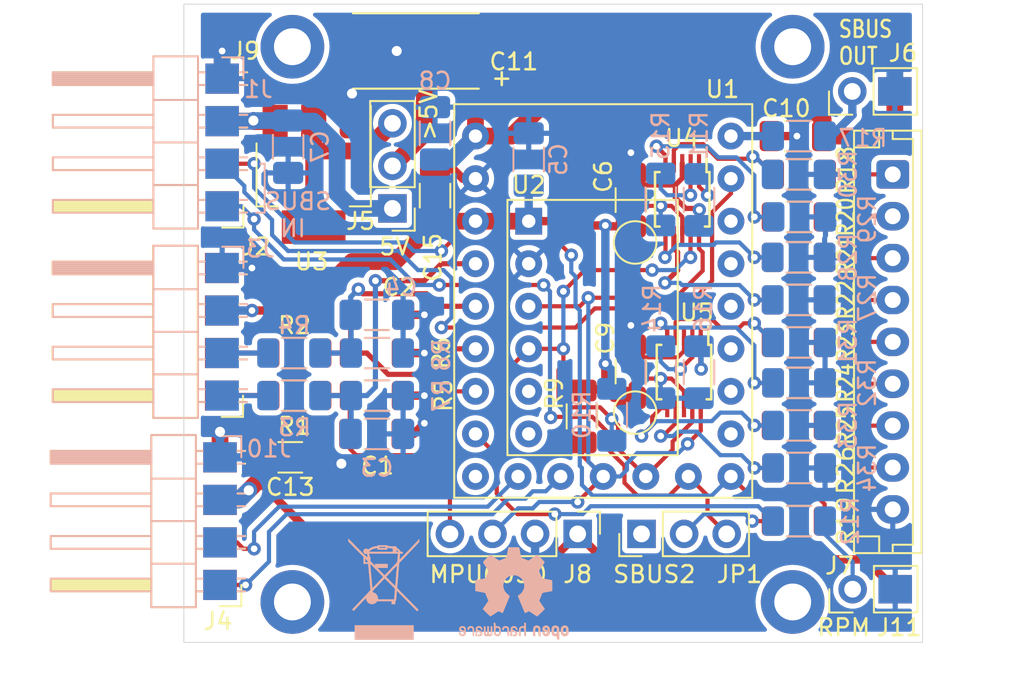
<source format=kicad_pcb>
(kicad_pcb (version 20221018) (generator pcbnew)
  (layers (0 "F.Cu" signal) (31 "B.Cu" signal) (34 "B.Paste" user) (35 "F.Paste" user) (36 "B.SilkS" user "B.Silkscreen") (37 "F.SilkS" user "F.Silkscreen") (38 "B.Mask" user) (39 "F.Mask" user) (44 "Edge.Cuts" user))
  (net 0 "")
  (net 1 "GNDD")
  (net 2 "+3.3V")
  (net 3 "/ADC0")
  (net 4 "/ADC1")
  (net 5 "/ADC2")
  (net 6 "/ADC3")
  (net 7 "+5V")
  (net 8 "/ELRS_rec_TX")
  (net 9 "/ELRS_rec_RX")
  (net 10 "/GPS_TX")
  (net 11 "/GPS_RX")
  (net 12 "/SDA")
  (net 13 "/SCL")
  (net 14 "/SBUS")
  (net 15 "+VRX")
  (net 16 "Net-(J2-Pin_1)")
  (net 17 "Net-(J2-Pin_2)")
  (net 18 "Net-(J3-Pin_3)")
  (net 21 "Net-(J3-Pin_4)")
  (net 23 "Net-(JP1-C)")
  (net 24 "Net-(J5-B)")
  (net 25 "Net-(J7-Pin_1)")
  (net 26 "Net-(J7-Pin_2)")
  (net 27 "Net-(J7-Pin_3)")
  (net 28 "Net-(J7-Pin_4)")
  (net 29 "Net-(U4-ALERT{slash}RDY)")
  (net 30 "Net-(U5-ALERT{slash}RDY)")
  (net 31 "Net-(U4-ADDR)")
  (net 32 "Net-(U5-ADDR)")
  (net 38 "/SEC")
  (net 39 "Net-(U1-GP0)")
  (net 40 "Net-(J7-Pin_5)")
  (net 41 "Net-(J7-Pin_6)")
  (net 42 "Net-(J7-Pin_7)")
  (net 43 "Net-(J7-Pin_8)")
  (net 44 "Net-(U4-AIN0)")
  (net 45 "Net-(U4-AIN1)")
  (net 46 "Net-(U4-AIN2)")
  (net 47 "Net-(U4-AIN3)")
  (net 48 "Net-(U5-AIN0)")
  (net 49 "Net-(U5-AIN1)")
  (net 50 "Net-(U5-AIN2)")
  (net 51 "Net-(U5-AIN3)")
  (net 53 "/RPM")
  (net 55 "Net-(J11-Pin_1)")
  (net 57 "/SPARE1")
  (footprint "Resistor_SMD:R_1206_3216Metric_Pad1.30x1.75mm_HandSolder" (layer "F.Cu") (at 105.283 96.266)
    (fp_text reference "R24")
    (fp_text value "220")
  )
  (footprint "Resistor_SMD:R_1206_3216Metric_Pad1.30x1.75mm_HandSolder" (layer "F.Cu") (at 105.257 88.773)
    (fp_text reference "R21")
    (fp_text value "220")
  )
  (footprint "oXs_RP2040:Pin_Header_Straight_1x03_Mod_Pitch2.54mm" (layer "F.Cu") (at 108.478 108.585 90)
    (fp_text reference "J11")
    (fp_text value "RMP")
  )
  (footprint "oXs_RP2040:JST_EH_B9B-EH-A_1x09_P2.50mm_Vertical" (layer "F.Cu") (at 110.871 83.82 -90)
    (fp_text reference "J7")
    (fp_text value "8 INPUT ALARMS")
  )
  (footprint "oXs_RP2040:BMP280" (layer "F.Cu") (at 89.154 86.614 -90)
    (fp_text reference "U2")
    (fp_text value "BMP280")
  )
  (footprint "MountingHole:MountingHole_2.2mm_M2_DIN965_Pad" (layer "F.Cu") (at 104.902 109.347)
    (fp_text reference "REF**" hide)
    (fp_text value "MountingHole_2.2mm_M2_DIN965_Pad" hide)
  )
  (footprint "Resistor_SMD:R_1206_3216Metric_Pad1.30x1.75mm_HandSolder" (layer "F.Cu") (at 105.257 98.806)
    (fp_text reference "R25")
    (fp_text value "220")
  )
  (footprint "MountingHole:MountingHole_2.2mm_M2_DIN965_Pad" (layer "F.Cu") (at 75.057 76.2)
    (fp_text reference "REF**" hide)
    (fp_text value "MountingHole_2.2mm_M2_DIN965_Pad" hide)
  )
  (footprint "oXs_RP2040:RP2040-Zero" (layer "F.Cu") (at 84.709 103.124)
    (fp_text reference "U1")
    (fp_text value "RP2040-Zero")
  )
  (footprint "Package_SO:TSSOP-10_3x3mm_P0.5mm" (layer "F.Cu") (at 98.417 95.622 -90)
    (fp_text reference "U5")
    (fp_text value "ADS1115IDGS")
  )
  (footprint "Capacitor_SMD:C_1206_3216Metric_Pad1.33x1.80mm_HandSolder" (layer "F.Cu") (at 80.0985 92.202 180)
    (fp_text reference "C2")
    (fp_text value "100n")
  )
  (footprint "oXs_RP2040:PinHeader_1x04_P2.54mm_Horizontal_Mod" (layer "F.Cu") (at 70.866 85.725 180)
    (fp_text reference "J9")
    (fp_text value "TLM/CRSF")
  )
  (footprint "Resistor_SMD:R_1206_3216Metric_Pad1.30x1.75mm_HandSolder" (layer "F.Cu") (at 80.085 97.028 180)
    (fp_text reference "R5")
    (fp_text value "3k3")
  )
  (footprint "oXs_RP2040:Pin_Header_Straight_1x03_Mod_Pitch2.54mm" (layer "F.Cu") (at 108.458 78.867 90)
    (fp_text reference "J6")
    (fp_text value "SBUS")
  )
  (footprint "Resistor_SMD:R_1206_3216Metric_Pad1.30x1.75mm_HandSolder" (layer "F.Cu") (at 80.085 94.488 180)
    (fp_text reference "R6")
    (fp_text value "3k3")
  )
  (footprint "Resistor_SMD:R_1206_3216Metric_Pad1.30x1.75mm_HandSolder" (layer "F.Cu") (at 105.257 91.313)
    (fp_text reference "R22")
    (fp_text value "220")
  )
  (footprint "Resistor_SMD:R_1206_3216Metric_Pad1.30x1.75mm_HandSolder" (layer "F.Cu") (at 105.257 93.853)
    (fp_text reference "R23")
    (fp_text value "220")
  )
  (footprint "Package_SO:TSSOP-10_3x3mm_P0.5mm" (layer "F.Cu") (at 98.314 85.309 -90)
    (fp_text reference "U4")
    (fp_text value "ADS1115IDGS")
  )
  (footprint "Resistor_SMD:R_1206_3216Metric_Pad1.30x1.75mm_HandSolder" (layer "F.Cu") (at 105.283 101.346)
    (fp_text reference "R26")
    (fp_text value "220")
  )
  (footprint "Capacitor_SMD:C_1206_3216Metric_Pad1.33x1.80mm_HandSolder" (layer "F.Cu") (at 95.25 95.5925 -90)
    (fp_text reference "C9")
    (fp_text value "100n")
  )
  (footprint "Resistor_SMD:R_1206_3216Metric_Pad1.30x1.75mm_HandSolder" (layer "F.Cu") (at 105.283 83.82)
    (fp_text reference "R18")
    (fp_text value "220")
  )
  (footprint "Capacitor_SMD:C_1206_3216Metric_Pad1.33x1.80mm_HandSolder" (layer "F.Cu") (at 80.0725 99.314 180)
    (fp_text reference "C1")
    (fp_text value "100n")
  )
  (footprint "Resistor_SMD:R_1206_3216Metric_Pad1.30x1.75mm_HandSolder" (layer "F.Cu") (at 105.257 86.36)
    (fp_text reference "R20")
    (fp_text value "220")
  )
  (footprint "Resistor_SMD:R_1206_3216Metric_Pad1.30x1.75mm_HandSolder" (layer "F.Cu") (at 75.184 94.488 180)
    (fp_text reference "R2")
    (fp_text value "22k")
  )
  (footprint "oXs_RP2040:PinHeader_1x04_P2.54mm_Horizontal_Mod" (layer "F.Cu") (at 70.84 97.028 180)
    (fp_text reference "J2")
    (fp_text value "V1/V2")
  )
  (footprint "Capacitor_SMD:C_1206_3216Metric_Pad1.33x1.80mm_HandSolder" (layer "F.Cu") (at 74.93 100.711)
    (fp_text reference "C13")
    (fp_text value "100n")
  )
  (footprint "oXs_RP2040:CAPPM7343X310N" (layer "F.Cu") (at 82.423 76.454 180)
    (fp_text reference "C11")
    (fp_text value "47uF")
  )
  (footprint "Connector_PinHeader_2.54mm:PinHeader_1x03_P2.54mm_Vertical" (layer "F.Cu") (at 81.026 85.852 180)
    (fp_text reference "J5")
    (fp_text value "SELECT_POWER")
  )
  (footprint "Resistor_SMD:R_1206_3216Metric_Pad1.30x1.75mm_HandSolder" (layer "F.Cu") (at 75.184 97.028 180)
    (fp_text reference "R1")
    (fp_text value "22k")
  )
  (footprint "Package_TO_SOT_SMD:SOT-223-3_TabPin2" (layer "F.Cu") (at 76.327 83.82 -90)
    (fp_text reference "U3")
    (fp_text value "A1117")
  )
  (footprint "Capacitor_SMD:C_1206_3216Metric_Pad1.33x1.80mm_HandSolder" (layer "F.Cu") (at 83.566 85.09 90)
    (fp_text reference "C15")
    (fp_text value "100n")
  )
  (footprint "Resistor_SMD:R_1206_3216Metric_Pad1.30x1.75mm_HandSolder" (layer "F.Cu") (at 92.329 98.272 -90)
    (fp_text reference "R9")
    (fp_text value "10k")
  )
  (footprint "Capacitor_SMD:C_1206_3216Metric_Pad1.33x1.80mm_HandSolder" (layer "F.Cu") (at 105.156 81.534 180)
    (fp_text reference "C10")
    (fp_text value "100n")
  )
  (footprint "MountingHole:MountingHole_2.2mm_M2_DIN965_Pad" (layer "F.Cu") (at 75.057 109.347)
    (fp_text reference "REF**" hide)
    (fp_text value "MountingHole_2.2mm_M2_DIN965_Pad" hide)
  )
  (footprint "Connector_PinHeader_2.54mm:PinHeader_1x04_P2.54mm_Vertical" (layer "F.Cu") (at 92.075 105.283 -90)
    (fp_text reference "J8")
    (fp_text value "MPU6050")
  )
  (footprint "Connector_PinHeader_2.54mm:PinHeader_1x03_P2.54mm_Vertical" (layer "F.Cu") (at 95.885 105.283 90)
    (fp_text reference "JP1")
    (fp_text value "SBUS2")
  )
  (footprint "oXs_RP2040:PinHeader_1x04_P2.54mm_Horizontal_Mod" (layer "F.Cu") (at 70.739 108.331 180)
    (fp_text reference "J4")
    (fp_text value "GPS")
  )
  (footprint "Capacitor_SMD:C_1206_3216Metric_Pad1.33x1.80mm_HandSolder" (layer "F.Cu") (at 95.25 85.3565 -90)
    (fp_text reference "C6")
    (fp_text value "100n")
  )
  (footprint "MountingHole:MountingHole_2.2mm_M2_DIN965_Pad" (layer "F.Cu") (at 104.902 76.2)
    (fp_text reference "REF**" hide)
    (fp_text value "MountingHole_2.2mm_M2_DIN965_Pad" hide)
  )
  (footprint "Resistor_SMD:R_1206_3216Metric_Pad1.30x1.75mm_HandSolder" (layer "F.Cu") (at 105.257 104.521)
    (fp_text reference "R19")
    (fp_text value "1K")
  )
  (footprint "oXs_RP2040:PinHeader_1x04_P2.54mm_Horizontal_Mod" (layer "B.Cu") (at 70.739 100.711 180)
    (fp_text reference "J10")
    (fp_text value "SPARE")
  )
  (footprint "Resistor_SMD:R_1206_3216Metric_Pad1.30x1.75mm_HandSolder" (layer "B.Cu") (at 94.107 98.171 -90)
    (fp_text reference "R10")
    (fp_text value "10k")
  )
  (footprint "Resistor_SMD:R_1206_3216Metric_Pad1.30x1.75mm_HandSolder" (layer "B.Cu") (at 105.283 81.534)
    (fp_text reference "R17")
    (fp_text value "220")
  )
  (footprint "Resistor_SMD:R_1206_3216Metric_Pad1.30x1.75mm_HandSolder" (layer "B.Cu") (at 75.158 97.028 180)
    (fp_text reference "R3")
    (fp_text value "22k")
  )
  (footprint "Capacitor_SMD:C_1206_3216Metric_Pad1.33x1.80mm_HandSolder" (layer "B.Cu") (at 80.0985 92.202 180)
    (fp_text reference "C4")
    (fp_text value "100n")
  )
  (footprint "oXs_RP2040:PinHeader_1x04_P2.54mm_Horizontal_Mod" (layer "B.Cu") (at 70.866 89.408 180)
    (fp_text reference "J3")
    (fp_text value "V3/V4")
  )
  (footprint "Resistor_SMD:R_1206_3216Metric_Pad1.30x1.75mm_HandSolder" (layer "B.Cu") (at 99.314 95.631 90)
    (fp_text reference "R16")
    (fp_text value "10k")
  )
  (footprint "Resistor_SMD:R_1206_3216Metric_Pad1.30x1.75mm_HandSolder" (layer "B.Cu") (at 105.283 93.853 180)
    (fp_text reference "R31")
    (fp_text value "220")
  )
  (footprint "Capacitor_SMD:C_1206_3216Metric_Pad1.33x1.80mm_HandSolder" (layer "B.Cu") (at 89.154 82.931 90)
    (fp_text reference "C5")
    (fp_text value "100n")
  )
  (footprint "Resistor_SMD:R_1206_3216Metric_Pad1.30x1.75mm_HandSolder" (layer "B.Cu") (at 105.309 86.36 180)
    (fp_text reference "R29")
    (fp_text value "220")
  )
  (footprint "Symbol:WEEE-Logo_4.2x6mm_SilkScreen" (layer "B.Cu") (at 80.518 108.585 180)
    (fp_text reference "REF**" hide)
    (fp_text value "WEEE-Logo_4.2x6mm_SilkScreen" hide)
  )
  (footprint "Resistor_SMD:R_1206_3216Metric_Pad1.30x1.75mm_HandSolder" (layer "B.Cu") (at 80.111 97.028 180)
    (fp_text reference "R7")
    (fp_text value "3k3")
  )
  (footprint "Capacitor_SMD:C_1206_3216Metric_Pad1.33x1.80mm_HandSolder" (layer "B.Cu") (at 80.0985 99.314 180)
    (fp_text reference "C3")
    (fp_text value "100n")
  )
  (footprint "Capacitor_SMD:C_1206_3216Metric_Pad1.33x1.80mm_HandSolder" (layer "B.Cu") (at 74.803 82.169 -90)
    (fp_text reference "C7")
    (fp_text value "100n")
  )
  (footprint "Resistor_SMD:R_1206_3216Metric_Pad1.30x1.75mm_HandSolder" (layer "B.Cu") (at 97.028 85.318 90)
    (fp_text reference "R11")
    (fp_text value "10k")
  )
  (footprint "oXs_RP2040:PinHeader_1x04_P2.54mm_Horizontal_Mod" (layer "B.Cu") (at 70.866 78.105 180)
    (fp_text reference "J1")
    (fp_text value "TLM/CRSF")
  )
  (footprint "Symbol:OSHW-Logo2_7.3x6mm_SilkScreen" (layer "B.Cu") (at 88.265 108.839 180)
    (fp_text reference "REF**" hide)
    (fp_text value "OSHW-Logo2_7.3x6mm_SilkScreen" hide)
  )
  (footprint "Resistor_SMD:R_1206_3216Metric_Pad1.30x1.75mm_HandSolder" (layer "B.Cu") (at 97.028 95.631 90)
    (fp_text reference "R14")
    (fp_text value "10k")
  )
  (footprint "Resistor_SMD:R_1206_3216Metric_Pad1.30x1.75mm_HandSolder" (layer "B.Cu") (at 105.283 98.806 180)
    (fp_text reference "R33")
    (fp_text value "220")
  )
  (footprint "Resistor_SMD:R_1206_3216Metric_Pad1.30x1.75mm_HandSolder" (layer "B.Cu") (at 105.283 104.521)
    (fp_text reference "R12")
    (fp_text value "220")
  )
  (footprint "Resistor_SMD:R_1206_3216Metric_Pad1.30x1.75mm_HandSolder" (layer "B.Cu") (at 105.257 83.82 180)
    (fp_text reference "R30")
    (fp_text value "220")
  )
  (footprint "Resistor_SMD:R_1206_3216Metric_Pad1.30x1.75mm_HandSolder" (layer "B.Cu") (at 99.314 85.344 -90)
    (fp_text reference "R15")
    (fp_text value "10k")
  )
  (footprint "Resistor_SMD:R_1206_3216Metric_Pad1.30x1.75mm_HandSolder" (layer "B.Cu") (at 80.111 94.488 180)
    (fp_text reference "R8")
    (fp_text value "3k3")
  )
  (footprint "Capacitor_SMD:C_1206_3216Metric_Pad1.33x1.80mm_HandSolder" (layer "B.Cu") (at 83.566 81.3685 90)
    (fp_text reference "C8")
    (fp_text value "100n")
  )
  (footprint "Resistor_SMD:R_1206_3216Metric_Pad1.30x1.75mm_HandSolder" (layer "B.Cu") (at 105.257 88.773 180)
    (fp_text reference "R28")
    (fp_text value "220")
  )
  (footprint "Resistor_SMD:R_1206_3216Metric_Pad1.30x1.75mm_HandSolder" (layer "B.Cu") (at 105.283 96.266 180)
    (fp_text reference "R32")
    (fp_text value "220")
  )
  (footprint "Resistor_SMD:R_1206_3216Metric_Pad1.30x1.75mm_HandSolder" (layer "B.Cu") (at 105.283 101.346 180)
    (fp_text reference "R34")
    (fp_text value "220")
  )
  (footprint "Resistor_SMD:R_1206_3216Metric_Pad1.30x1.75mm_HandSolder" (layer "B.Cu") (at 105.257 91.313 180)
    (fp_text reference "R27")
    (fp_text value "220")
  )
  (footprint "Resistor_SMD:R_1206_3216Metric_Pad1.30x1.75mm_HandSolder" (layer "B.Cu") (at 75.158 94.488 180)
    (fp_text reference "R4")
    (fp_text value "22k")
  )
  (gr_line (start 73.406 83.185) (end 73.152 83.185) (stroke (width 0.12)) (layer "B.SilkS"))
  (gr_line (start 73.406 83.185) (end 73.406 86.106) (stroke (width 0.12)) (layer "B.SilkS"))
  (gr_line (start 73.406 86.106) (end 72.898 86.106) (stroke (width 0.12)) (layer "B.SilkS"))
  (gr_line (start 112.649 111.76) (end 68.58 111.76) (stroke (width 0.05)) (layer "Edge.Cuts"))
  (gr_line (start 68.58 111.76) (end 68.58 73.66) (stroke (width 0.05)) (layer "Edge.Cuts"))
  (gr_line (start 68.58 73.66) (end 112.649 73.66) (stroke (width 0.05)) (layer "Edge.Cuts"))
  (gr_line (start 112.649 73.66) (end 112.649 111.76) (stroke (width 0.05)) (layer "Edge.Cuts"))
  (gr_text "oXs RP2040\nFull v1.0" (at 94.615 76.454) (layer "F.Cu") (effects (font (size 1.5 1.5) (thickness 0.31) bold)))
  (gr_text "SBUS\n  IN" (at 77.47 87.63) (layer "B.SilkS") (effects (font (size 1 1)) (justify left bottom mirror)))
  (gr_text "SBUS2" (at 96.647 107.696) (layer "F.SilkS") (effects (font (size 1 1))))
  (gr_text "MPU6050" (at 86.741 107.696) (layer "F.SilkS") (effects (font (size 1 1))))
  (gr_text "5V" (at 81.153 88.138) (layer "F.SilkS") (effects (font (size 1 1))))
  (gr_text "SBUS\nOUT" (at 107.569 77.343) (layer "F.SilkS") (effects (font (size 1 0.8)) (justify left bottom)))
  (gr_text ">5V" (at 83.185 80.264 90) (layer "F.SilkS") (effects (font (size 1 1))))
  (gr_text "RPM" (at 107.95 110.871) (layer "F.SilkS") (effects (font (size 1 1))))
  (segment (start 78.613 78.994) (end 78.613 80.656) (width 1) (layer "F.Cu") (net 1))
  (segment (start 95.25 82.651) (end 95.25 82.524) (width 0.25) (layer "F.Cu") (net 1))
  (segment (start 81.635 97.028) (end 82.931 97.028) (width 0.5) (layer "F.Cu") (net 1))
  (segment (start 95.911 84.455) (end 95.25 83.794) (width 0.31) (layer "F.Cu") (net 1))
  (segment (start 98.526268 85.852) (end 99.248189 85.852) (width 0.31) (layer "F.Cu") (net 1))
  (segment (start 98.314 83.159) (end 98.314 84.044) (width 0.31) (layer "F.Cu") (net 1))
  (segment (start 97.903 84.455) (end 95.911 84.455) (width 0.31) (layer "F.Cu") (net 1))
  (segment (start 82.296 99.314) (end 81.635 99.314) (width 0.5) (layer "F.Cu") (net 1))
  (segment (start 70.84 89.408) (end 72.644 89.408) (width 0.5) (layer "F.Cu") (net 1))
  (segment (start 82.931 98.679) (end 82.296 99.314) (width 0.5) (layer "F.Cu") (net 1))
  (segment (start 95.25 83.794) (end 95.25 82.524) (width 0.31) (layer "F.Cu") (net 1))
  (segment (start 99.248189 85.852) (end 99.33049 85.934301) (width 0.31) (layer "F.Cu") (net 1))
  (segment (start 76.4925 100.711) (end 77.597 100.711) (width 0.5) (layer "F.Cu") (net 1))
  (segment (start 78.613 80.656) (end 78.627 80.67) (width 1) (layer "F.Cu") (net 1))
  (segment (start 98.314 84.044) (end 97.903 84.455) (width 0.31) (layer "F.Cu") (net 1))
  (segment (start 81.635 94.488) (end 82.931 94.488) (width 0.5) (layer "F.Cu") (net 1))
  (segment (start 70.739 100.711) (end 70.739 99.187) (width 1) (layer "F.Cu") (net 1))
  (segment (start 83.566 83.5275) (end 84.6705 83.5275) (width 0.5) (layer "F.Cu") (net 1))
  (segment (start 95.25 94.03) (end 95.962 94.742) (width 0.25) (layer "F.Cu") (net 1))
  (segment (start 103.5935 81.534) (end 105.156 81.534) (width 0.5) (layer "F.Cu") (net 1))
  (segment (start 98.044 94.742) (end 98.417 94.369) (width 0.25) (layer "F.Cu") (net 1))
  (segment (start 84.6705 83.5275) (end 85.217 84.074) (width 0.5) (layer "F.Cu") (net 1))
  (segment (start 85.217 84.074) (end 86.089 84.074) (width 0.5) (layer "F.Cu") (net 1))
  (segment (start 95.962 94.742) (end 98.044 94.742) (width 0.25) (layer "F.Cu") (net 1))
  (segment (start 81.661 92.202) (end 82.931 92.202) (width 0.5) (layer "F.Cu") (net 1))
  (segment (start 97.903 85.228732) (end 98.526268 85.852) (width 0.31) (layer "F.Cu") (net 1))
  (segment (start 95.25 94.03) (end 95.25 92.837) (width 0.25) (layer "F.Cu") (net 1))
  (segment (start 77.597 100.711) (end 77.978 101.092) (width 0.5) (layer "F.Cu") (net 1))
  (segment (start 79.323 76.454) (end 81.28 76.454) (width 1) (layer "F.Cu") (net 1))
  (segment (start 97.903 84.455) (end 97.903 85.228732) (width 0.31) (layer "F.Cu") (net 1))
  (segment (start 70.866 78.105) (end 70.866 76.454) (width 1) (layer "F.Cu") (net 1))
  (segment (start 98.417 94.369) (end 98.417 93.472) (width 0.25) (layer "F.Cu") (net 1))
  (via (at 82.931 94.488) (size 0.8) (drill 0.4) (layers "F.Cu" "B.Cu") (net 1))
  (via (at 82.931 97.028) (size 0.8) (drill 0.4) (layers "F.Cu" "B.Cu") (net 1))
  (via (at 105.156 81.534) (size 0.8) (drill 0.4) (layers "F.Cu" "B.Cu") (net 1))
  (via (at 70.866 76.454) (size 0.8) (drill 0.4) (layers "F.Cu" "B.Cu") (net 1))
  (via (at 70.739 99.187) (size 1) (drill 0.6) (layers "F.Cu" "B.Cu") (net 1))
  (via (at 82.931 92.202) (size 0.8) (drill 0.4) (layers "F.Cu" "B.Cu") (net 1))
  (via (at 95.25 92.837) (size 0.8) (drill 0.4) (layers "F.Cu" "B.Cu") (net 1))
  (via (at 77.978 101.092) (size 1) (drill 0.6) (layers "F.Cu" "B.Cu") (net 1))
  (via (at 81.28 76.454) (size 1) (drill 0.6) (layers "F.Cu" "B.Cu") (net 1))
  (via (at 95.25 82.524) (size 0.8) (drill 0.4) (layers "F.Cu" "B.Cu") (net 1))
  (via (at 99.33049 85.934301) (size 0.8) (drill 0.4) (layers "F.Cu" "B.Cu") (net 1))
  (via (at 82.931 98.679) (size 0.8) (drill 0.4) (layers "F.Cu" "B.Cu") (net 1))
  (via (at 72.644 89.408) (size 0.8) (drill 0.4) (layers "F.Cu" "B.Cu") (net 1))
  (via (at 78.613 78.994) (size 1) (drill 0.6) (layers "F.Cu" "B.Cu") (net 1))
  (segment (start 70.866 89.408) (end 72.644 89.408) (width 0.5) (layer "B.Cu") (net 1))
  (segment (start 99.314 86.894) (end 99.314 85.852) (width 0.25) (layer "B.Cu") (net 1))
  (segment (start 70.866 78.105) (end 70.866 76.454) (width 1) (layer "B.Cu") (net 1))
  (segment (start 111.018 78.633) (end 110.998 78.613) (width 1) (layer "B.Cu") (net 1))
  (segment (start 99.33049 85.86849) (end 99.33049 85.934301) (width 0.25) (layer "B.Cu") (net 1))
  (segment (start 99.314 85.852) (end 99.33049 85.86849) (width 0.25) (layer "B.Cu") (net 1))
  (segment (start 110.998 78.867) (end 110.998 77.216) (width 1) (layer "B.Cu") (net 1))
  (segment (start 70.739 100.711) (end 72.39 100.711) (width 0.5) (layer "B.Cu") (net 1))
  (segment (start 89.535 105.283) (end 89.535 106.68) (width 0.5) (layer "B.Cu") (net 1))
  (segment (start 70.739 100.711) (end 70.739 99.187) (width 0.5) (layer "B.Cu") (net 1))
  (segment (start 95.25 96.393) (end 95.25 97.155) (width 0.25) (layer "F.Cu") (net 2))
  (segment (start 98.417 97.772) (end 98.417 96.766) (width 0.25) (layer "F.Cu") (net 2))
  (segment (start 93.726 86.868) (end 91.694 86.868) (width 0.5) (layer "F.Cu") (net 2))
  (segment (start 97.663 96.012) (end 97.028 96.012) (width 0.25) (layer "F.Cu") (net 2))
  (segment (start 85.979 86.614) (end 89.154 86.614) (width 1) (layer "F.Cu") (net 2))
  (segment (start 90.551 106.807) (end 92.075 105.283) (width 0.5) (layer "F.Cu") (net 2))
  (segment (start 97.663 85.699) (end 98.314 86.35) (width 0.25) (layer "F.Cu") (net 2))
  (segment (start 95.25 86.919) (end 95.25 86.08) (width 0.25) (layer "F.Cu") (net 2))
  (segment (start 98.314 86.35) (end 98.314 87.459) (width 0.25) (layer "F.Cu") (net 2))
  (segment (start 81.1915 89.027) (end 78.613 89.027) (width 1) (layer "F.Cu") (net 2))
  (segment (start 95.25 97.155) (end 94.234 97.155) (width 0.5) (layer "F.Cu") (net 2))
  (segment (start 72.644 91.948) (end 74.676 91.948) (width 0.5) (layer "F.Cu") (net 2))
  (segment (start 97.028 85.699) (end 97.663 85.699) (width 0.25) (layer "F.Cu") (net 2))
  (segment (start 109.24 106.807) (end 111.018 108.585) (width 0.5) (layer "F.Cu") (net 2))
  (segment (start 78.613 89.027) (end 75.184 92.456) (width 1) (layer "F.Cu") (net 2))
  (segment (start 93.114 96.647) (end 93.726 96.647) (width 0.5) (layer "F.Cu") (net 2))
  (segment (start 82.55 105.918) (end 83.439 106.807) (width 0.5) (layer "F.Cu") (net 2))
  (segment (start 92.329 96.722) (end 93.039 96.722) (width 0.5) (layer "F.Cu") (net 2))
  (segment (start 93.726 96.647) (end 93.726 95.123) (width 0.5) (layer "F.Cu") (net 2))
  (segment (start 73.3675 100.3685) (end 73.3675 100.711) (width 1) (layer "F.Cu") (net 2))
  (segment (start 70.739 103.251) (end 71.882 103.251) (width 1) (layer "F.Cu") (net 2))
  (segment (start 95.631 96.012) (end 97.028 96.012) (width 0.25) (layer "F.Cu") (net 2))
  (segment (start 93.039 96.722) (end 93.114 96.647) (width 0.5) (layer "F.Cu") (net 2))
  (segment (start 83.566 86.6525) (end 81.1915 89.027) (width 1) (layer "F.Cu") (net 2))
  (segment (start 95.631 96.012) (end 95.25 96.393) (width 0.25) (layer "F.Cu") (net 2))
  (segment (start 93.599 106.807) (end 109.24 106.807) (width 0.5) (layer "F.Cu") (net 2))
  (segment (start 71.882 103.251) (end 73.025 102.108) (width 1) (layer "F.Cu") (net 2))
  (segment (start 94.234 97.155) (end 93.726 96.647) (width 0.5) (layer "F.Cu") (net 2))
  (segment (start 73.025 102.108) (end 73.3675 101.7655) (width 1) (layer "F.Cu") (net 2))
  (segment (start 83.566 86.6525) (end 83.6045 86.614) (width 1) (layer "F.Cu") (net 2))
  (segment (start 91.44 86.614) (end 89.154 86.614) (width 0.5) (layer "F.Cu") (net 2))
  (segment (start 95.25 86.919) (end 93.777 86.919) (width 0.5) (layer "F.Cu") (net 2))
  (segment (start 70.84 91.948) (end 72.644 91.948) (width 0.5) (layer "F.Cu") (net 2))
  (segment (start 83.439 106.807) (end 90.551 106.807) (width 0.5) (layer "F.Cu") (net 2))
  (segment (start 83.6045 86.614) (end 85.979 86.614) (width 1) (layer "F.Cu") (net 2))
  (segment (start 74.676 91.948) (end 75.184 92.456) (width 0.5) (layer "F.Cu") (net 2))
  (segment (start 91.694 86.868) (end 91.44 86.614) (width 0.5) (layer "F.Cu") (net 2))
  (segment (start 76.835 105.918) (end 82.55 105.918) (width 0.5) (layer "F.Cu") (net 2))
  (segment (start 93.777 86.919) (end 93.726 86.868) (width 0.5) (layer "F.Cu") (net 2))
  (segment (start 98.417 96.766) (end 97.663 96.012) (width 0.25) (layer "F.Cu") (net 2))
  (segment (start 95.25 86.08) (end 95.631 85.699) (width 0.25) (layer "F.Cu") (net 2))
  (segment (start 75.184 92.456) (end 75.184 98.552) (width 1) (layer "F.Cu") (net 2))
  (segment (start 73.3675 101.7655) (end 73.3675 100.711) (width 1) (layer "F.Cu") (net 2))
  (segment (start 75.184 98.552) (end 73.3675 100.3685) (width 1) (layer "F.Cu") (net 2))
  (segment (start 73.025 102.108) (end 76.835 105.918) (width 0.5) (layer "F.Cu") (net 2))
  (segment (start 92.075 105.283) (end 93.599 106.807) (width 0.5) (layer "F.Cu") (net 2))
  (segment (start 95.631 85.699) (end 97.028 85.699) (width 0.25) (layer "F.Cu") (net 2))
  (via (at 72.644 91.948) (size 0.8) (drill 0.4) (layers "F.Cu" "B.Cu") (net 2))
  (via (at 97.028 96.012) (size 0.8) (drill 0.4) (layers "F.Cu" "B.Cu") (net 2))
  (via (at 93.726 95.123) (size 0.8) (drill 0.4) (layers "F.Cu" "B.Cu") (net 2))
  (via (at 97.028 85.699) (size 0.8) (drill 0.4) (layers "F.Cu" "B.Cu") (net 2))
  (via (at 72.4535 102.6795) (size 1) (drill 0.6) (layers "F.Cu" "B.Cu") (net 2))
  (via (at 93.726 86.868) (size 0.8) (drill 0.4) (layers "F.Cu" "B.Cu") (net 2))
  (segment (start 71.882 103.251) (end 70.739 103.251) (width 1) (layer "B.Cu") (net 2))
  (segment (start 97.028 86.868) (end 97.028 85.699) (width 0.25) (layer "B.Cu") (net 2))
  (segment (start 94.107 95.504) (end 93.726 95.123) (width 0.5) (layer "B.Cu") (net 2))
  (segment (start 93.726 95.123) (end 93.726 86.868) (width 0.5) (layer "B.Cu") (net 2))
  (segment (start 70.866 91.948) (end 72.644 91.948) (width 0.5) (layer "B.Cu") (net 2))
  (segment (start 72.4535 102.6795) (end 71.882 103.251) (width 1) (layer "B.Cu") (net 2))
  (segment (start 94.107 96.621) (end 94.107 95.504) (width 0.5) (layer "B.Cu") (net 2))
  (segment (start 89.154 86.614) (end 89.154 84.4935) (width 0.5) (layer "B.Cu") (net 2))
  (segment (start 97.028 97.181) (end 97.028 96.012) (width 0.25) (layer "B.Cu") (net 2))
  (segment (start 99.314 97.181) (end 97.028 97.181) (width 0.31) (layer "B.Cu") (net 2))
  (segment (start 83.693 97.79) (end 84.709 96.774) (width 0.25) (layer "F.Cu") (net 3))
  (segment (start 78.51 100.227) (end 78.867 100.584) (width 0.25) (layer "F.Cu") (net 3))
  (segment (start 83.693 99.441) (end 83.693 97.79) (width 0.25) (layer "F.Cu") (net 3))
  (segment (start 84.709 96.774) (end 85.979 96.774) (width 0.25) (layer "F.Cu") (net 3))
  (segment (start 78.51 99.314) (end 78.51 97.053) (width 0.31) (layer "F.Cu") (net 3))
  (segment (start 76.734 97.028) (end 78.535 97.028) (width 0.31) (layer "F.Cu") (net 3))
  (segment (start 78.867 100.584) (end 82.55 100.584) (width 0.25) (layer "F.Cu") (net 3))
  (segment (start 78.51 97.053) (end 78.535 97.028) (width 0.31) (layer "F.Cu") (net 3))
  (segment (start 78.51 99.314) (end 78.51 100.227) (width 0.25) (layer "F.Cu") (net 3))
  (segment (start 82.55 100.584) (end 83.693 99.441) (width 0.25) (layer "F.Cu") (net 3))
  (segment (start 80.772 95.758) (end 83.185 95.758) (width 0.31) (layer "F.Cu") (net 4))
  (segment (start 84.709 94.234) (end 85.979 94.234) (width 0.31) (layer "F.Cu") (net 4))
  (segment (start 78.535 92.203) (end 78.536 92.202) (width 0.31) (layer "F.Cu") (net 4))
  (segment (start 76.734 94.488) (end 78.535 94.488) (width 0.31) (layer "F.Cu") (net 4))
  (segment (start 78.535 94.488) (end 78.535 92.203) (width 0.31) (layer "F.Cu") (net 4))
  (segment (start 78.535 94.488) (end 79.502 94.488) (width 0.31) (layer "F.Cu") (net 4))
  (segment (start 83.185 95.758) (end 84.709 94.234) (width 0.31) (layer "F.Cu") (net 4))
  (segment (start 79.502 94.488) (end 80.772 95.758) (width 0.31) (layer "F.Cu") (net 4))
  (segment (start 83.058 90.947) (end 79.263 90.947) (width 0.31) (layer "F.Cu") (net 5))
  (segment (start 83.805 91.694) (end 83.058 90.947) (width 0.31) (layer "F.Cu") (net 5))
  (segment (start 85.979 91.694) (end 83.805 91.694) (width 0.31) (layer "F.Cu") (net 5))
  (segment (start 79.263 90.947) (end 78.994 90.678) (width 0.31) (layer "F.Cu") (net 5))
  (via (at 78.994 90.678) (size 0.8) (drill 0.4) (layers "F.Cu" "B.Cu") (net 5))
  (segment (start 78.536 91.136) (end 78.867 90.805) (width 0.31) (layer "B.Cu") (net 5))
  (segment (start 78.561 92.227) (end 78.536 92.202) (width 0.31) (layer "B.Cu") (net 5))
  (segment (start 78.561 94.488) (end 78.561 92.227) (width 0.31) (layer "B.Cu") (net 5))
  (segment (start 78.536 92.202) (end 78.536 91.136) (width 0.31) (layer "B.Cu") (net 5))
  (segment (start 76.708 94.488) (end 78.561 94.488) (width 0.31) (layer "B.Cu") (net 5))
  (segment (start 78.867 90.805) (end 78.994 90.678) (width 0.31) (layer "B.Cu") (net 5))
  (segment (start 85.979 89.154) (end 83.947 89.154) (width 0.31) (layer "F.Cu") (net 6))
  (segment (start 82.931 90.17) (end 80.01 90.17) (width 0.31) (layer "F.Cu") (net 6))
  (segment (start 83.947 89.154) (end 82.931 90.17) (width 0.31) (layer "F.Cu") (net 6))
  (via (at 80.01 90.17) (size 0.8) (drill 0.4) (layers "F.Cu" "B.Cu") (net 6))
  (segment (start 78.561 99.289) (end 78.536 99.314) (width 0.31) (layer "B.Cu") (net 6))
  (segment (start 78.561 97.028) (end 78.561 99.289) (width 0.31) (layer "B.Cu") (net 6))
  (segment (start 80.01 96.52) (end 80.01 90.17) (width 0.31) (layer "B.Cu") (net 6))
  (segment (start 78.561 97.028) (end 79.502 97.028) (width 0.31) (layer "B.Cu") (net 6))
  (segment (start 79.502 97.028) (end 80.01 96.52) (width 0.31) (layer "B.Cu") (net 6))
  (segment (start 76.708 97.028) (end 78.561 97.028) (width 0.31) (layer "B.Cu") (net 6))
  (segment (start 82.931 81.407) (end 82.931 77.089) (width 1) (layer "F.Cu") (net 7))
  (segment (start 81.026 83.312) (end 82.931 81.407) (width 1) (layer "F.Cu") (net 7))
  (segment (start 83.566 76.454) (end 85.523 76.454) (width 1) (layer "F.Cu") (net 7))
  (segment (start 85.979 78.867) (end 85.979 81.534) (width 1) (layer "F.Cu") (net 7))
  (segment (start 85.523 78.411) (end 85.979 78.867) (width 1) (layer "F.Cu") (net 7))
  (segment (start 88.138 81.534) (end 90.297 79.375) (width 1) (layer "F.Cu") (net 7))
  (segment (start 82.931 77.089) (end 83.566 76.454) (width 1) (layer "F.Cu") (net 7))
  (segment (start 90.297 79.375) (end 105.537 79.375) (width 1) (layer "F.Cu") (net 7))
  (segment (start 85.523 76.454) (end 85.523 78.411) (width 1) (layer "F.Cu") (net 7))
  (segment (start 110.236 81.534) (end 110.998 80.772) (width 1) (layer "F.Cu") (net 7))
  (segment (start 85.979 81.534) (end 88.138 81.534) (width 1) (layer "F.Cu") (net 7))
  (segment (start 105.537 79.375) (end 106.7185 80.5565) (width 1) (layer "F.Cu") (net 7))
  (segment (start 106.7185 81.534) (end 110.236 81.534) (width 1) (layer "F.Cu") (net 7))
  (segment (start 106.7185 80.5565) (end 106.7185 81.534) (width 1) (layer "F.Cu") (net 7))
  (segment (start 110.998 80.772) (end 110.998 78.867) (width 1) (layer "F.Cu") (net 7))
  (segment (start 84.582 82.931) (end 85.979 81.534) (width 1) (layer "B.Cu") (net 7))
  (segment (start 81.153 83.439) (end 81.026 83.312) (width 1) (layer "B.Cu") (net 7))
  (segment (start 83.566 82.931) (end 84.582 82.931) (width 1) (layer "B.Cu") (net 7))
  (segment (start 102.362 102.997) (end 106.299 102.997) (width 0.25) (layer "F.Cu") (net 8))
  (segment (start 106.807 103.505) (end 106.807 104.521) (width 0.25) (layer "F.Cu") (net 8))
  (segment (start 106.299 102.997) (end 106.807 103.505) (width 0.25) (layer "F.Cu") (net 8))
  (segment (start 83.947 88.392) (end 84.455 87.884) (width 0.25) (layer "F.Cu") (net 8))
  (segment (start 101.219 101.854) (end 102.362 102.997) (width 0.25) (layer "F.Cu") (net 8))
  (segment (start 90.932 87.884) (end 91.694 88.646) (width 0.25) (layer "F.Cu") (net 8))
  (segment (start 84.455 87.884) (end 90.932 87.884) (width 0.25) (layer "F.Cu") (net 8))
  (segment (start 70.866 83.185) (end 72.771 83.185) (width 0.25) (layer "F.Cu") (net 8))
  (via (at 91.694 88.646) (size 0.8) (drill 0.4) (layers "F.Cu" "B.Cu") (net 8))
  (via (at 83.947 88.392) (size 0.8) (drill 0.4) (layers "F.Cu" "B.Cu") (net 8))
  (via (at 72.771 83.185) (size 0.8) (drill 0.4) (layers "F.Cu" "B.Cu") (net 8))
  (segment (start 74.803 87.503) (end 74.803 86.651) (width 0.25) (layer "B.Cu") (net 8))
  (segment (start 82.296 88.392) (end 83.947 88.392) (width 0.25) (layer "B.Cu") (net 8))
  (segment (start 92.329 102.362) (end 92.329 101.346) (width 0.25) (layer "B.Cu") (net 8))
  (segment (start 100.076 102.997) (end 92.964 102.997) (width 0.25) (layer "B.Cu") (net 8))
  (segment (start 92.202 91.948) (end 91.948 91.694) (width 0.25) (layer "B.Cu") (net 8))
  (segment (start 74.803 86.651) (end 72.771 84.619) (width 0.25) (layer "B.Cu") (net 8))
  (segment (start 92.202 101.219) (end 92.202 91.948) (width 0.25) (layer "B.Cu") (net 8))
  (segment (start 72.771 84.619) (end 72.771 83.185) (width 0.25) (layer "B.Cu") (net 8))
  (segment (start 91.948 89.916) (end 91.694 89.662) (width 0.25) (layer "B.Cu") (net 8))
  (segment (start 81.788 87.884) (end 82.296 88.392) (width 0.25) (layer "B.Cu") (net 8))
  (segment (start 75.184 87.884) (end 74.803 87.503) (width 0.25) (layer "B.Cu") (net 8))
  (segment (start 92.964 102.997) (end 92.329 102.362) (width 0.25) (layer "B.Cu") (net 8))
  (segment (start 81.788 87.884) (end 75.184 87.884) (width 0.25) (layer "B.Cu") (net 8))
  (segment (start 91.694 89.662) (end 91.694 88.646) (width 0.25) (layer "B.Cu") (net 8))
  (segment (start 101.219 101.854) (end 100.076 102.997) (width 0.25) (layer "B.Cu") (net 8))
  (segment (start 91.948 91.694) (end 91.948 89.916) (width 0.25) (layer "B.Cu") (net 8))
  (segment (start 92.329 101.346) (end 92.202 101.219) (width 0.25) (layer "B.Cu") (net 8))
  (segment (start 98.679 101.854) (end 99.822 102.997) (width 0.25) (layer "F.Cu") (net 9))
  (segment (start 92.954695 98.298) (end 90.803604 98.298) (width 0.25) (layer "F.Cu") (net 9))
  (segment (start 94.869 101.220396) (end 93.853 100.204396) (width 0.25) (layer "F.Cu") (net 9))
  (segment (start 94.869 102.235) (end 94.869 101.220396) (width 0.25) (layer "F.Cu") (net 9))
  (segment (start 93.853 100.204396) (end 93.853 99.196304) (width 0.25) (layer "F.Cu") (net 9))
  (segment (start 70.866 85.725) (end 72.009 85.725) (width 0.25) (layer "F.Cu") (net 9))
  (segment (start 93.853 99.196304) (end 92.954695 98.298) (width 0.25) (layer "F.Cu") (net 9))
  (segment (start 83.82 90.424) (end 90.043 90.424) (width 0.25) (layer "F.Cu") (net 9))
  (segment (start 99.822 104.14) (end 100.965 105.283) (width 0.25) (layer "F.Cu") (net 9))
  (segment (start 97.536 102.997) (end 95.631 102.997) (width 0.25) (layer "F.Cu") (net 9))
  (segment (start 99.822 102.997) (end 99.822 104.14) (width 0.25) (layer "F.Cu") (net 9))
  (segment (start 90.772453 98.329151) (end 90.466365 98.329151) (width 0.25) (layer "F.Cu") (net 9))
  (segment (start 98.679 101.854) (end 97.536 102.997) (width 0.25) (layer "F.Cu") (net 9))
  (segment (start 90.803604 98.298) (end 90.772453 98.329151) (width 0.25) (layer "F.Cu") (net 9))
  (segment (start 72.009 85.725) (end 72.771 86.487) (width 0.25) (layer "F.Cu") (net 9))
  (segment (start 95.631 102.997) (end 94.869 102.235) (width 0.25) (layer "F.Cu") (net 9))
  (via (at 83.82 90.424) (size 0.8) (drill 0.4) (layers "F.Cu" "B.Cu") (net 9))
  (via (at 72.771 86.487) (size 0.8) (drill 0.4) (layers "F.Cu" "B.Cu") (net 9))
  (via (at 90.043 90.424) (size 0.8) (drill 0.4) (layers "F.Cu" "B.Cu") (net 9))
  (via (at 90.466365 98.329151) (size 0.8) (drill 0.4) (layers "F.Cu" "B.Cu") (net 9))
  (segment (start 90.424 90.805) (end 90.424 98.286786) (width 0.25) (layer "B.Cu") (net 9))
  (segment (start 90.424 98.286786) (end 90.466365 98.329151) (width 0.25) (layer "B.Cu") (net 9))
  (segment (start 72.009 85.725) (end 72.771 86.487) (width 0.25) (layer "B.Cu") (net 9))
  (segment (start 72.771 87.122) (end 74.549 88.9) (width 0.25) (layer "B.Cu") (net 9))
  (segment (start 80.899 88.9) (end 82.423 90.424) (width 0.25) (layer "B.Cu") (net 9))
  (segment (start 70.866 85.725) (end 72.009 85.725) (width 0.25) (layer "B.Cu") (net 9))
  (segment (start 74.549 88.9) (end 80.899 88.9) (width 0.25) (layer "B.Cu") (net 9))
  (segment (start 72.771 86.487) (end 72.771 87.122) (width 0.25) (layer "B.Cu") (net 9))
  (segment (start 90.043 90.424) (end 90.424 90.805) (width 0.25) (layer "B.Cu") (net 9))
  (segment (start 82.423 90.424) (end 83.82 90.424) (width 0.25) (layer "B.Cu") (net 9))
  (segment (start 71.755 105.791) (end 70.739 105.791) (width 0.25) (layer "F.Cu") (net 10))
  (segment (start 72.136 106.172) (end 71.755 105.791) (width 0.25) (layer "F.Cu") (net 10))
  (segment (start 72.771 106.172) (end 72.136 106.172) (width 0.25) (layer "F.Cu") (net 10))
  (via (at 72.771 106.172) (size 0.8) (drill 0.4) (layers "F.Cu" "B.Cu") (net 10))
  (segment (start 72.771 105.145299) (end 74.258299 103.658) (width 0.25) (layer "B.Cu") (net 10))
  (segment (start 72.771 106.172) (end 72.771 105.145299) (width 0.25) (layer "B.Cu") (net 10))
  (segment (start 86.715 103.658) (end 88.519 101.854) (width 0.25) (layer "B.Cu") (net 10))
  (segment (start 74.258299 103.658) (end 86.715 103.658) (width 0.25) (layer "B.Cu") (net 10))
  (segment (start 70.739 108.331) (end 72.263 108.331) (width 0.25) (layer "F.Cu") (net 11))
  (via (at 72.263 108.331) (size 0.8) (drill 0.4) (layers "F.Cu" "B.Cu") (net 11))
  (segment (start 87.920153 103.182847) (end 86.995 104.108) (width 0.25) (layer "B.Cu") (net 11))
  (segment (start 73.66 105.156) (end 73.66 106.934) (width 0.25) (layer "B.Cu") (net 11))
  (segment (start 73.66 106.934) (end 72.263 108.331) (width 0.25) (layer "B.Cu") (net 11))
  (segment (start 90.174653 102.738347) (end 89.403347 102.738347) (width 0.25) (layer "B.Cu") (net 11))
  (segment (start 88.958847 103.182847) (end 87.920153 103.182847) (width 0.25) (layer "B.Cu") (net 11))
  (segment (start 86.995 104.108) (end 74.708 104.108) (width 0.25) (layer "B.Cu") (net 11))
  (segment (start 74.708 104.108) (end 73.66 105.156) (width 0.25) (layer "B.Cu") (net 11))
  (segment (start 89.403347 102.738347) (end 88.958847 103.182847) (width 0.25) (layer "B.Cu") (net 11))
  (segment (start 91.059 101.854) (end 90.174653 102.738347) (width 0.25) (layer "B.Cu") (net 11))
  (segment (start 84.455 98.806) (end 84.455 105.283) (width 0.25) (layer "F.Cu") (net 12))
  (segment (start 94.488 100.203) (end 94.488 98.806) (width 0.25) (layer "F.Cu") (net 12))
  (segment (start 89.154 94.234) (end 87.6935 95.6945) (width 0.25) (layer "F.Cu") (net 12))
  (segment (start 97.741 100.252) (end 96.139 101.854) (width 0.25) (layer "F.Cu") (net 12))
  (segment (start 91.2235 90.805) (end 92.4935 89.535) (width 0.25) (layer "F.Cu") (net 12))
  (segment (start 91.2235 94.3285) (end 91.2235 95.2125) (width 0.25) (layer "F.Cu") (net 12))
  (segment (start 86.9315 98.044) (end 85.217 98.044) (width 0.25) (layer "F.Cu") (net 12))
  (segment (start 91.129 94.234) (end 91.2235 94.234) (width 0.25) (layer "F.Cu") (net 12))
  (segment (start 97.741 99.773) (end 97.741 100.252) (width 0.25) (layer "F.Cu") (net 12))
  (segment (start 98.917 97.772) (end 98.917 98.597) (width 0.25) (layer "F.Cu") (net 12))
  (segment (start 92.4935 89.535) (end 96.52 89.535) (width 0.25) (layer "F.Cu") (net 12))
  (segment (start 85.217 98.044) (end 84.455 98.806) (width 0.25) (layer "F.Cu") (net 12))
  (segment (start 90.932 97.163173) (end 91.495327 97.7265) (width 0.25) (layer "F.Cu") (net 12))
  (segment (start 87.6935 95.6945) (end 87.6935 97.282) (width 0.25) (layer "F.Cu") (net 12))
  (segment (start 90.932 95.504) (end 90.932 97.163173) (width 0.25) (layer "F.Cu") (net 12))
  (segment (start 91.495327 97.7265) (end 93.4085 97.7265) (width 0.25) (layer "F.Cu") (net 12))
  (segment (start 98.806 87.467) (end 98.814 87.459) (width 0.25) (layer "F.Cu") (net 12))
  (segment (start 91.2235 95.2125) (end 90.932 95.504) (width 0.25) (layer "F.Cu") (net 12))
  (segment (start 94.488 98.806) (end 94.107 98.425) (width 0.25) (layer "F.Cu") (net 12))
  (segment (start 91.129 94.234) (end 91.2235 94.3285) (width 0.25) (layer "F.Cu") (net 12))
  (segment (start 98.806 88.773) (end 98.806 87.467) (width 0.25) (layer "F.Cu") (net 12))
  (segment (start 96.139 101.854) (end 94.488 100.203) (width 0.25) (layer "F.Cu") (net 12))
  (segment (start 87.6935 97.282) (end 86.9315 98.044) (width 0.25) (layer "F.Cu") (net 12))
  (segment (start 93.4085 97.7265) (end 94.107 98.425) (width 0.25) (layer "F.Cu") (net 12))
  (segment (start 98.806 88.773) (end 98.804 88.771) (width 0.31) (layer "F.Cu") (net 12))
  (segment (start 98.917 98.597) (end 97.741 99.773) (width 0.25) (layer "F.Cu") (net 12))
  (segment (start 98.806 88.773) (end 98.814 88.765) (width 0.31) (layer "F.Cu") (net 12))
  (segment (start 89.154 94.234) (end 91.129 94.234) (width 0.25) (layer "F.Cu") (net 12))
  (via (at 94.107 98.425) (size 0.8) (drill 0.4) (layers "F.Cu" "B.Cu") (net 12))
  (via (at 96.52 89.535) (size 0.8) (drill 0.4) (layers "F.Cu" "B.Cu") (net 12))
  (via (at 98.806 88.773) (size 0.8) (drill 0.4) (layers "F.Cu" "B.Cu") (net 12))
  (via (at 91.2235 90.805) (size 0.8) (drill 0.4) (layers "F.Cu" "B.Cu") (net 12))
  (via (at 91.2235 94.234) (size 0.8) (drill 0.4) (layers "F.Cu" "B.Cu") (net 12))
  (segment (start 97.906299 89.535) (end 96.52 89.535) (width 0.25) (layer "B.Cu") (net 12))
  (segment (start 98.668299 88.773) (end 97.906299 89.535) (width 0.25) (layer "B.Cu") (net 12))
  (segment (start 94.107 98.425) (end 94.107 99.721) (width 0.25) (layer "B.Cu") (net 12))
  (segment (start 98.806 88.773) (end 98.668299 88.773) (width 0.25) (layer "B.Cu") (net 12))
  (segment (start 91.2235 94.234) (end 91.2235 90.805) (width 0.25) (layer "B.Cu") (net 12))
  (segment (start 92.075 103.378) (end 93.599 101.854) (width 0.25) (layer "F.Cu") (net 13))
  (segment (start 92.329 100.584) (end 92.329 99.822) (width 0.25) (layer "F.Cu") (net 13))
  (segment (start 97.917 91.186) (end 92.71 91.186) (width 0.25) (layer "F.Cu") (net 13))
  (segment (start 99.417 99.121598) (end 99.417 97.772) (width 0.25) (layer "F.Cu") (net 13))
  (segment (start 99.531 89.572) (end 98.806 90.297) (width 0.25) (layer "F.Cu") (net 13))
  (segment (start 98.634299 99.904299) (end 99.417 99.121598) (width 0.25) (layer "F.Cu") (net 13))
  (segment (start 92.71 91.186) (end 92.202 91.694) (width 0.25) (layer "F.Cu") (net 13))
  (segment (start 99.314 87.459) (end 99.314 88.255695) (width 0.25) (layer "F.Cu") (net 13))
  (segment (start 98.806 90.297) (end 97.917 91.186) (width 0.25) (layer "F.Cu") (net 13))
  (segment (start 93.599 101.854) (end 92.329 100.584) (width 0.25) (layer "F.Cu") (net 13))
  (segment (start 99.314 88.255695) (end 99.531 88.472695) (width 0.25) (layer "F.Cu") (net 13))
  (segment (start 92.202 91.694) (end 89.154 91.694) (width 0.25) (layer "F.Cu") (net 13))
  (segment (start 99.531 88.472695) (end 99.531 89.572) (width 0.25) (layer "F.Cu") (net 13))
  (via (at 92.71 91.186) (size 0.8) (drill 0.4) (layers "F.Cu" "B.Cu") (net 13))
  (via (at 92.075 103.378) (size 0.8) (drill 0.4) (layers "F.Cu" "B.Cu") (net 13))
  (via (at 98.634299 99.904299) (size 0.8) (drill 0.4) (layers "F.Cu" "B.Cu") (net 13))
  (segment (start 92.71 91.186) (end 92.71 100.965) (width 0.25) (layer "B.Cu") (net 13))
  (segment (start 92.075 103.378) (end 89.778299 103.378) (width 0.25) (layer "B.Cu") (net 13))
  (segment (start 89.778299 103.378) (end 89.40265 103.75365) (width 0.25) (layer "B.Cu") (net 13))
  (segment (start 88.52435 103.75365) (end 86.995 105.283) (width 0.25) (layer "B.Cu") (net 13))
  (segment (start 98.081598 100.457) (end 95.631 100.457) (width 0.25) (layer "B.Cu") (net 13))
  (segment (start 89.40265 103.75365) (end 88.52435 103.75365) (width 0.25) (layer "B.Cu") (net 13))
  (segment (start 92.71 100.965) (end 93.599 101.854) (width 0.25) (layer "B.Cu") (net 13))
  (segment (start 98.634299 99.904299) (end 98.081598 100.457) (width 0.25) (layer "B.Cu") (net 13))
  (segment (start 95.014 101.455) (end 95.014 101.074) (width 0.25) (layer "B.Cu") (net 13))
  (segment (start 93.599 101.854) (end 94.615 101.854) (width 0.25) (layer "B.Cu") (net 13))
  (segment (start 95.014 101.074) (end 95.631 100.457) (width 0.25) (layer "B.Cu") (net 13))
  (segment (start 94.615 101.854) (end 95.014 101.455) (width 0.25) (layer "B.Cu") (net 13))
  (segment (start 107.208 81.534) (end 108.478 80.264) (width 0.5) (layer "B.Cu") (net 14))
  (segment (start 108.458 80.244) (end 108.458 78.867) (width 0.5) (layer "B.Cu") (net 14))
  (segment (start 108.478 80.264) (end 108.458 80.244) (width 0.5) (layer "B.Cu") (net 14))
  (segment (start 106.833 81.534) (end 107.208 81.534) (width 0.5) (layer "B.Cu") (net 14))
  (segment (start 74.002 80.645) (end 74.027 80.67) (width 1) (layer "F.Cu") (net 15))
  (segment (start 72.7325 80.6065) (end 72.796 80.67) (width 1) (layer "F.Cu") (net 15))
  (segment (start 72.796 80.67) (end 74.027 80.67) (width 1) (layer "F.Cu") (net 15))
  (segment (start 72.694 80.645) (end 72.7325 80.6065) (width 1) (layer "F.Cu") (net 15))
  (segment (start 70.866 80.645) (end 72.694 80.645) (width 1) (layer "F.Cu") (net 15))
  (via (at 72.7325 80.6065) (size 1) (drill 0.6) (layers "F.Cu" "B.Cu") (net 15))
  (segment (start 72.694 80.645) (end 72.7325 80.6065) (width 1) (layer "B.Cu") (net 15))
  (segment (start 72.7325 80.6065) (end 74.803 80.6065) (width 1) (layer "B.Cu") (net 15))
  (segment (start 74.041 80.6065) (end 74.803 80.6065) (width 1) (layer "B.Cu") (net 15))
  (segment (start 77.724 84.963) (end 77.724 82.042) (width 1) (layer "B.Cu") (net 15))
  (segment (start 76.327 80.645) (end 74.8415 80.645) (width 1) (layer "B.Cu") (net 15))
  (segment (start 70.866 80.645) (end 72.694 80.645) (width 1) (layer "B.Cu") (net 15))
  (segment (start 81.026 85.852) (end 78.613 85.852) (width 1) (layer "B.Cu") (net 15))
  (segment (start 74.0025 80.645) (end 74.041 80.6065) (width 1) (layer "B.Cu") (net 15))
  (segment (start 77.724 82.042) (end 76.327 80.645) (width 1) (layer "B.Cu") (net 15))
  (segment (start 78.613 85.852) (end 77.724 84.963) (width 1) (layer "B.Cu") (net 15))
  (segment (start 74.8415 80.645) (end 74.803 80.6065) (width 1) (layer "B.Cu") (net 15))
  (segment (start 70.84 97.028) (end 73.634 97.028) (width 0.31) (layer "F.Cu") (net 16))
  (segment (start 70.84 94.488) (end 73.634 94.488) (width 0.31) (layer "F.Cu") (net 17))
  (segment (start 70.866 94.488) (end 73.608 94.488) (width 0.31) (layer "B.Cu") (net 18))
  (segment (start 70.866 97.028) (end 73.608 97.028) (width 0.31) (layer "B.Cu") (net 21))
  (segment (start 103.707 104.521) (end 102.489 104.521) (width 0.25) (layer "F.Cu") (net 23))
  (via (at 102.489 104.521) (size 0.8) (drill 0.4) (layers "F.Cu" "B.Cu") (net 23))
  (segment (start 99.6 104.108) (end 102.076 104.108) (width 0.25) (layer "B.Cu") (net 23))
  (segment (start 98.425 105.283) (end 99.6 104.108) (width 0.25) (layer "B.Cu") (net 23))
  (segment (start 102.076 104.108) (end 102.489 104.521) (width 0.25) (layer "B.Cu") (net 23))
  (segment (start 79.39428 82.423) (end 81.026 80.79128) (width 1) (layer "F.Cu") (net 24))
  (segment (start 80.924 80.67) (end 81.026 80.772) (width 1) (layer "F.Cu") (net 24))
  (segment (start 76.327 82.423) (end 79.39428 82.423) (width 1) (layer "F.Cu") (net 24))
  (segment (start 76.327 81.28) (end 76.327 80.67) (width 0.5) (layer "F.Cu") (net 24))
  (segment (start 81.026 80.79128) (end 81.026 80.772) (width 1) (layer "F.Cu") (net 24))
  (segment (start 76.327 82.423) (end 76.327 80.67) (width 1) (layer "F.Cu") (net 24))
  (segment (start 76.327 86.97) (end 76.327 82.423) (width 1) (layer "F.Cu") (net 24))
  (segment (start 106.833 83.82) (end 110.871 83.82) (width 0.25) (layer "F.Cu") (net 25))
  (segment (start 106.847 86.32) (end 110.871 86.32) (width 0.25) (layer "F.Cu") (net 26))
  (segment (start 106.807 86.36) (end 106.847 86.32) (width 0.25) (layer "F.Cu") (net 26))
  (segment (start 106.854 88.82) (end 110.871 88.82) (width 0.25) (layer "F.Cu") (net 27))
  (segment (start 106.807 88.773) (end 106.854 88.82) (width 0.25) (layer "F.Cu") (net 27))
  (segment (start 106.807 91.313) (end 106.814 91.32) (width 0.25) (layer "F.Cu") (net 28))
  (segment (start 106.814 91.32) (end 110.871 91.32) (width 0.25) (layer "F.Cu") (net 28))
  (segment (start 98.806 85.064) (end 98.806 83.167) (width 0.25) (layer "F.Cu") (net 29))
  (segment (start 98.806 83.167) (end 98.814 83.159) (width 0.25) (layer "F.Cu") (net 29))
  (via (at 98.806 85.064) (size 0.8) (drill 0.4) (layers "F.Cu" "B.Cu") (net 29))
  (segment (start 97.028 83.768) (end 97.028 84.683) (width 0.25) (layer "B.Cu") (net 29))
  (segment (start 97.409 85.064) (end 98.806 85.064) (width 0.25) (layer "B.Cu") (net 29))
  (segment (start 97.028 84.683) (end 97.409 85.064) (width 0.25) (layer "B.Cu") (net 29))
  (segment (start 98.905029 94.742) (end 98.917 94.742) (width 0.25) (layer "F.Cu") (net 30))
  (segment (start 98.917 94.742) (end 98.917 93.472) (width 0.25) (layer "F.Cu") (net 30))
  (segment (start 98.196831 95.450198) (end 98.905029 94.742) (width 0.25) (layer "F.Cu") (net 30))
  (via (at 98.196831 95.450198) (size 0.8) (drill 0.4) (layers "F.Cu" "B.Cu") (net 30))
  (segment (start 97.028 94.996) (end 97.028 94.081) (width 0.25) (layer "B.Cu") (net 30))
  (segment (start 97.319 95.287) (end 97.028 94.996) (width 0.25) (layer "B.Cu") (net 30))
  (segment (start 97.328305 95.287) (end 97.319 95.287) (width 0.25) (layer "B.Cu") (net 30))
  (segment (start 97.491503 95.450198) (end 97.328305 95.287) (width 0.25) (layer "B.Cu") (net 30))
  (segment (start 98.196831 95.450198) (end 97.491503 95.450198) (width 0.25) (layer "B.Cu") (net 30))
  (segment (start 99.822 85.064) (end 99.822 85.054695) (width 0.25) (layer "F.Cu") (net 31))
  (segment (start 99.314 84.546695) (end 99.314 83.159) (width 0.25) (layer "F.Cu") (net 31))
  (segment (start 99.822 85.054695) (end 99.314 84.546695) (width 0.25) (layer "F.Cu") (net 31))
  (via (at 99.822 85.064) (size 0.8) (drill 0.4) (layers "F.Cu" "B.Cu") (net 31))
  (segment (start 99.822 84.302) (end 99.314 83.794) (width 0.25) (layer "B.Cu") (net 31))
  (segment (start 99.822 85.064) (end 99.822 84.302) (width 0.25) (layer "B.Cu") (net 31))
  (segment (start 99.417 95.415934) (end 99.417 93.472) (width 0.31) (layer "F.Cu") (net 32))
  (segment (start 99.441 95.439934) (end 99.417 95.415934) (width 0.31) (layer "F.Cu") (net 32))
  (via (at 99.441 95.439934) (size 0.8) (drill 0.4) (layers "F.Cu" "B.Cu") (net 32))
  (segment (start 99.441 95.439934) (end 99.441 94.208) (width 0.31) (layer "B.Cu") (net 32))
  (segment (start 99.441 94.208) (end 99.314 94.081) (width 0.31) (layer "B.Cu") (net 32))
  (segment (start 91.957305 92.964) (end 93.100305 91.821) (width 0.25) (layer "F.Cu") (net 38))
  (segment (start 83.947 92.964) (end 91.957305 92.964) (width 0.25) (layer "F.Cu") (net 38))
  (segment (start 100.094 86.088) (end 101.219 84.963) (width 0.25) (layer "F.Cu") (net 38))
  (segment (start 98.443 91.821) (end 100.094 90.17) (width 0.25) (layer "F.Cu") (net 38))
  (segment (start 101.219 84.963) (end 101.219 84.074) (width 0.25) (layer "F.Cu") (net 38))
  (segment (start 100.094 90.17) (end 100.094 86.088) (width 0.25) (layer "F.Cu") (net 38))
  (segment (start 93.100305 91.821) (end 98.443 91.821) (width 0.25) (layer "F.Cu") (net 38))
  (via (at 83.947 92.964) (size 0.8) (drill 0.4) (layers "F.Cu" "B.Cu") (net 38))
  (segment (start 84.545 90.006) (end 84.074 89.535) (width 0.25) (layer "B.Cu") (net 38))
  (segment (start 72.191 84.51) (end 70.866 83.185) (width 0.25) (layer "B.Cu") (net 38))
  (segment (start 83.947 92.964) (end 84.545 92.366) (width 0.25) (layer "B.Cu") (net 38))
  (segment (start 74.801604 88.392) (end 73.845 87.435396) (width 0.25) (layer "B.Cu") (net 38))
  (segment (start 84.545 92.366) (end 84.545 90.006) (width 0.25) (layer "B.Cu") (net 38))
  (segment (start 81.407 88.392) (end 74.801604 88.392) (width 0.25) (layer "B.Cu") (net 38))
  (segment (start 72.191 84.881695) (end 72.191 84.51) (width 0.25) (layer "B.Cu") (net 38))
  (segment (start 84.074 89.535) (end 82.55 89.535) (width 0.25) (layer "B.Cu") (net 38))
  (segment (start 82.55 89.535) (end 81.407 88.392) (width 0.25) (layer "B.Cu") (net 38))
  (segment (start 73.845 86.535695) (end 72.191 84.881695) (width 0.25) (layer "B.Cu") (net 38))
  (segment (start 73.845 87.435396) (end 73.845 86.535695) (width 0.25) (layer "B.Cu") (net 38))
  (segment (start 103.733 81.534) (end 101.219 81.534) (width 0.5) (layer "B.Cu") (net 39))
  (segment (start 106.807 93.853) (end 106.84 93.82) (width 0.25) (layer "F.Cu") (net 40))
  (segment (start 106.84 93.82) (end 110.871 93.82) (width 0.25) (layer "F.Cu") (net 40))
  (segment (start 106.833 96.266) (end 106.887 96.32) (width 0.25) (layer "F.Cu") (net 41))
  (segment (start 106.887 96.32) (end 110.871 96.32) (width 0.25) (layer "F.Cu") (net 41))
  (segment (start 106.807 98.806) (end 106.821 98.82) (width 0.25) (layer "F.Cu") (net 42))
  (segment (start 106.821 98.82) (end 110.871 98.82) (width 0.25) (layer "F.Cu") (net 42))
  (segment (start 106.833 101.346) (end 106.859 101.32) (width 0.25) (layer "F.Cu") (net 43))
  (segment (start 106.859 101.32) (end 110.871 101.32) (width 0.25) (layer "F.Cu") (net 43))
  (segment (start 97.814 82.373) (end 97.814 83.159) (width 0.25) (layer "F.Cu") (net 44))
  (segment (start 102.406 82.887) (end 100.439 82.887) (width 0.25) (layer "F.Cu") (net 44))
  (segment (start 99.568 82.016) (end 98.171 82.016) (width 0.25) (layer "F.Cu") (net 44))
  (segment (start 100.439 82.887) (end 99.568 82.016) (width 0.25) (layer "F.Cu") (net 44))
  (segment (start 102.679205 82.766205) (end 103.733 83.82) (width 0.25) (layer "F.Cu") (net 44))
  (segment (start 98.171 82.016) (end 97.814 82.373) (width 0.25) (layer "F.Cu") (net 44))
  (segment (start 102.526795 82.766205) (end 102.679205 82.766205) (width 0.25) (layer "F.Cu") (net 44))
  (segment (start 102.526795 82.766205) (end 102.406 82.887) (width 0.25) (layer "F.Cu") (net 44))
  (via (at 102.526795 82.766205) (size 0.8) (drill 0.4) (layers "F.Cu" "B.Cu") (net 44))
  (segment (start 102.653205 82.766205) (end 103.707 83.82) (width 0.25) (layer "B.Cu") (net 44))
  (segment (start 102.526795 82.766205) (end 102.653205 82.766205) (width 0.25) (layer "B.Cu") (net 44))
  (segment (start 97.314 82.683) (end 97.314 83.159) (width 0.25) (layer "F.Cu") (net 45))
  (segment (start 103.707 86.36) (end 102.616 86.36) (width 0.25) (layer "F.Cu") (net 45))
  (segment (start 96.774 82.143) (end 97.314 82.683) (width 0.25) (layer "F.Cu") (net 45))
  (via (at 96.774 82.143) (size 0.8) (drill 0.4) (layers "F.Cu" "B.Cu") (net 45))
  (via (at 102.616 86.36) (size 0.8) (drill 0.4) (layers "F.Cu" "B.Cu") (net 45))
  (segment (start 96.774 82.143) (end 99.796 82.143) (width 0.25) (layer "B.Cu") (net 45))
  (segment (start 99.796 82.143) (end 100.457 82.804) (width 0.25) (layer "B.Cu") (net 45))
  (segment (start 103.759 86.36) (end 102.616 86.36) (width 0.25) (layer "B.Cu") (net 45))
  (segment (start 102.616 86.36) (end 102.616 83.880009) (width 0.25) (layer "B.Cu") (net 45))
  (segment (start 102.616 83.880009) (end 101.539991 82.804) (width 0.25) (layer "B.Cu") (net 45))
  (segment (start 101.539991 82.804) (end 100.457 82.804) (width 0.25) (layer "B.Cu") (net 45))
  (segment (start 97.314 88.741) (end 97.282 88.773) (width 0.25) (layer "F.Cu") (net 46))
  (segment (start 97.314 87.459) (end 97.314 88.741) (width 0.25) (layer "F.Cu") (net 46))
  (segment (start 103.707 88.773) (end 102.616 88.773) (width 0.25) (layer "F.Cu") (net 46))
  (via (at 97.282 88.773) (size 0.8) (drill 0.4) (layers "F.Cu" "B.Cu") (net 46))
  (via (at 102.616 88.773) (size 0.8) (drill 0.4) (layers "F.Cu" "B.Cu") (net 46))
  (segment (start 98.026 88.029) (end 100.203 88.029) (width 0.25) (layer "B.Cu") (net 46))
  (segment (start 100.33 87.884) (end 101.727 87.884) (width 0.25) (layer "B.Cu") (net 46))
  (segment (start 97.282 88.773) (end 98.026 88.029) (width 0.25) (layer "B.Cu") (net 46))
  (segment (start 101.727 87.884) (end 102.616 88.773) (width 0.25) (layer "B.Cu") (net 46))
  (segment (start 103.707 88.773) (end 102.616 88.773) (width 0.25) (layer "B.Cu") (net 46))
  (segment (start 100.203 88.011) (end 100.33 87.884) (width 0.25) (layer "B.Cu") (net 46))
  (segment (start 100.203 88.029) (end 100.203 88.011) (width 0.25) (layer "B.Cu") (net 46))
  (segment (start 103.707 91.313) (end 102.616 91.313) (width 0.25) (layer "F.Cu") (net 47))
  (segment (start 98.037 89.542) (end 98.037 88.460268) (width 0.31) (layer "F.Cu") (net 47))
  (segment (start 98.037 88.460268) (end 97.814 88.237268) (width 0.31) (layer "F.Cu") (net 47))
  (segment (start 97.814 88.237268) (end 97.814 87.459) (width 0.31) (layer "F.Cu") (net 47))
  (segment (start 97.282 90.297) (end 98.037 89.542) (width 0.31) (layer "F.Cu") (net 47))
  (via (at 102.616 91.313) (size 0.8) (drill 0.4) (layers "F.Cu" "B.Cu") (net 47))
  (via (at 97.282 90.297) (size 0.8) (drill 0.4) (layers "F.Cu" "B.Cu") (net 47))
  (segment (start 98.171 90.297) (end 97.282 90.297) (width 0.25) (layer "B.Cu") (net 47))
  (segment (start 103.707 91.313) (end 102.616 91.313) (width 0.25) (layer "B.Cu") (net 47))
  (segment (start 98.298 90.424) (end 98.171 90.297) (width 0.25) (layer "B.Cu") (net 47))
  (segment (start 102.616 91.313) (end 101.727 90.424) (width 0.25) (layer "B.Cu") (net 47))
  (segment (start 101.727 90.424) (end 98.298 90.424) (width 0.25) (layer "B.Cu") (net 47))
  (segment (start 103.707 93.801) (end 102.616 92.71) (width 0.25) (layer "F.Cu") (net 48))
  (segment (start 100.076 92.456) (end 100.584 92.964) (width 0.25) (layer "F.Cu") (net 48))
  (segment (start 103.707 93.853) (end 103.707 93.801) (width 0.25) (layer "F.Cu") (net 48))
  (segment (start 100.584 92.964) (end 101.727 92.964) (width 0.25) (layer "F.Cu") (net 48))
  (segment (start 97.917 92.647) (end 98.108 92.456) (width 0.25) (layer "F.Cu") (net 48))
  (segment (start 98.108 92.456) (end 100.076 92.456) (width 0.25) (layer "F.Cu") (net 48))
  (segment (start 97.917 93.472) (end 97.917 92.647) (width 0.25) (layer "F.Cu") (net 48))
  (segment (start 101.981 92.71) (end 102.616 92.71) (width 0.25) (layer "F.Cu") (net 48))
  (segment (start 101.727 92.964) (end 101.981 92.71) (width 0.25) (layer "F.Cu") (net 48))
  (via (at 102.616 92.71) (size 0.8) (drill 0.4) (layers "F.Cu" "B.Cu") (net 48))
  (segment (start 103.733 93.827) (end 102.616 92.71) (width 0.25) (layer "B.Cu") (net 48))
  (segment (start 103.733 93.853) (end 103.733 93.827) (width 0.25) (layer "B.Cu") (net 48))
  (segment (start 97.417 93.472) (end 97.417 93.099) (width 0.25) (layer "F.Cu") (net 49))
  (segment (start 103.733 96.266) (end 102.616 96.266) (width 0.25) (layer "F.Cu") (net 49))
  (segment (start 97.417 93.099) (end 97.028 92.71) (width 0.25) (layer "F.Cu") (net 49))
  (via (at 97.028 92.71) (size 0.8) (drill 0.4) (layers "F.Cu" "B.Cu") (net 49))
  (via (at 102.616 96.266) (size 0.8) (drill 0.4) (layers "F.Cu" "B.Cu") (net 49))
  (segment (start 97.282 92.964) (end 101.539991 92.964) (width 0.25) (layer "B.Cu") (net 49))
  (segment (start 102.616 94.040009) (end 102.616 96.266) (width 0.25) (layer "B.Cu") (net 49))
  (segment (start 97.028 92.71) (end 97.282 92.964) (width 0.25) (layer "B.Cu") (net 49))
  (segment (start 103.733 96.266) (end 102.616 96.266) (width 0.25) (layer "B.Cu") (net 49))
  (segment (start 101.539991 92.964) (end 102.616 94.040009) (width 0.25) (layer "B.Cu") (net 49))
  (segment (start 97.417 97.772) (end 97.046 97.772) (width 0.25) (layer "F.Cu") (net 50))
  (segment (start 96.52 98.806) (end 95.885 99.441) (width 0.25) (layer "F.Cu") (net 50))
  (segment (start 103.707 98.806) (end 102.616 98.806) (width 0.25) (layer "F.Cu") (net 50))
  (segment (start 96.52 98.298) (end 96.52 98.806) (width 0.25) (layer "F.Cu") (net 50))
  (segment (start 97.046 97.772) (end 96.52 98.298) (width 0.25) (layer "F.Cu") (net 50))
  (via (at 95.885 99.441) (size 0.8) (drill 0.4) (layers "F.Cu" "B.Cu") (net 50))
  (via (at 102.616 98.806) (size 0.8) (drill 0.4) (layers "F.Cu" "B.Cu") (net 50))
  (segment (start 100.584 98.044) (end 100.076 98.552) (width 0.25) (layer "B.Cu") (net 50))
  (segment (start 103.733 98.806) (end 102.616 98.806) (width 0.25) (layer "B.Cu") (net 50))
  (segment (start 96.774 98.552) (end 95.885 99.441) (width 0.25) (layer "B.Cu") (net 50))
  (segment (start 102.616 98.806) (end 101.854 98.044) (width 0.25) (layer "B.Cu") (net 50))
  (segment (start 100.076 98.552) (end 96.774 98.552) (width 0.25) (layer "B.Cu") (net 50))
  (segment (start 101.854 98.044) (end 100.584 98.044) (width 0.25) (layer "B.Cu") (net 50))
  (segment (start 97.155 99.441) (end 97.028 99.441) (width 0.25) (layer "F.Cu") (net 51))
  (segment (start 103.733 101.346) (end 102.616 101.346) (width 0.25) (layer "F.Cu") (net 51))
  (segment (start 97.282 99.314) (end 97.155 99.441) (width 0.25) (layer "F.Cu") (net 51))
  (segment (start 97.917 97.772) (end 97.917 98.679) (width 0.25) (layer "F.Cu") (net 51))
  (segment (start 97.917 98.679) (end 97.282 99.314) (width 0.25) (layer "F.Cu") (net 51))
  (via (at 102.616 101.346) (size 0.8) (drill 0.4) (layers "F.Cu" "B.Cu") (net 51))
  (via (at 97.028 99.441) (size 0.8) (drill 0.4) (layers "F.Cu" "B.Cu") (net 51))
  (segment (start 98.044 99.179299) (end 97.782299 99.441) (width 0.25) (layer "B.Cu") (net 51))
  (segment (start 103.733 101.346) (end 102.616 101.346) (width 0.25) (layer "B.Cu") (net 51))
  (segment (start 101.854 100.584) (end 100.591701 100.584) (width 0.25) (layer "B.Cu") (net 51))
  (segment (start 99.187 99.179299) (end 98.044 99.179299) (width 0.25) (layer "B.Cu") (net 51))
  (segment (start 102.616 101.346) (end 101.854 100.584) (width 0.25) (layer "B.Cu") (net 51))
  (segment (start 100.591701 100.584) (end 99.187 99.179299) (width 0.25) (layer "B.Cu") (net 51))
  (segment (start 97.782299 99.441) (end 97.028 99.441) (width 0.25) (layer "B.Cu") (net 51))
  (segment (start 88.482 104.103) (end 87.249 102.87) (width 0.25) (layer "F.Cu") (net 53))
  (segment (start 87.249 102.87) (end 87.249 100.584) (width 0.25) (layer "F.Cu") (net 53))
  (segment (start 90.715 104.103) (end 88.482 104.103) (width 0.25) (layer "F.Cu") (net 53))
  (segment (start 87.249 100.584) (end 85.979 99.314) (width 0.25) (layer "F.Cu") (net 53))
  (via (at 90.715 104.103) (size 0.8) (drill 0.4) (layers "F.Cu" "B.Cu") (net 53))
  (segment (start 90.678 104.14) (end 90.715 104.103) (width 0.25) (layer "B.Cu") (net 53))
  (segment (start 92.375305 104.103) (end 90.715 104.103) (width 0.25) (layer "B.Cu") (net 53))
  (segment (start 102.108 103.632) (end 92.846305 103.632) (width 0.25) (layer "B.Cu") (net 53))
  (segment (start 92.846305 103.632) (end 92.375305 104.103) (width 0.25) (layer "B.Cu") (net 53))
  (segment (start 102.844 103.632) (end 102.108 103.632) (width 0.25) (layer "B.Cu") (net 53))
  (segment (start 103.733 104.521) (end 102.844 103.632) (width 0.25) (layer "B.Cu") (net 53))
  (segment (start 106.833 105.309) (end 108.478 106.954) (width 0.25) (layer "B.Cu") (net 55))
  (segment (start 106.833 104.521) (end 106.833 105.309) (width 0.25) (layer "B.Cu") (net 55))
  (segment (start 108.478 106.954) (end 108.478 108.585) (width 0.25) (layer "B.Cu") (net 55))
  (zone (net 1) (net_name "GNDD") (layer "B.Cu") (connect_pads (clearance 0.31)) (min_thickness 0.25) (fill yes (thermal_gap 0.31) (thermal_bridge_width 0.31))
    (polygon (pts (xy 112.014 111.125) (xy 69.596 111.125) (xy 69.596 109.855) (xy 69.596 109.601) (xy 69.596 75.311) (xy 69.596 74.803) (xy 69.596 74.168) (xy 112.014 74.168)))
  )
)
</source>
